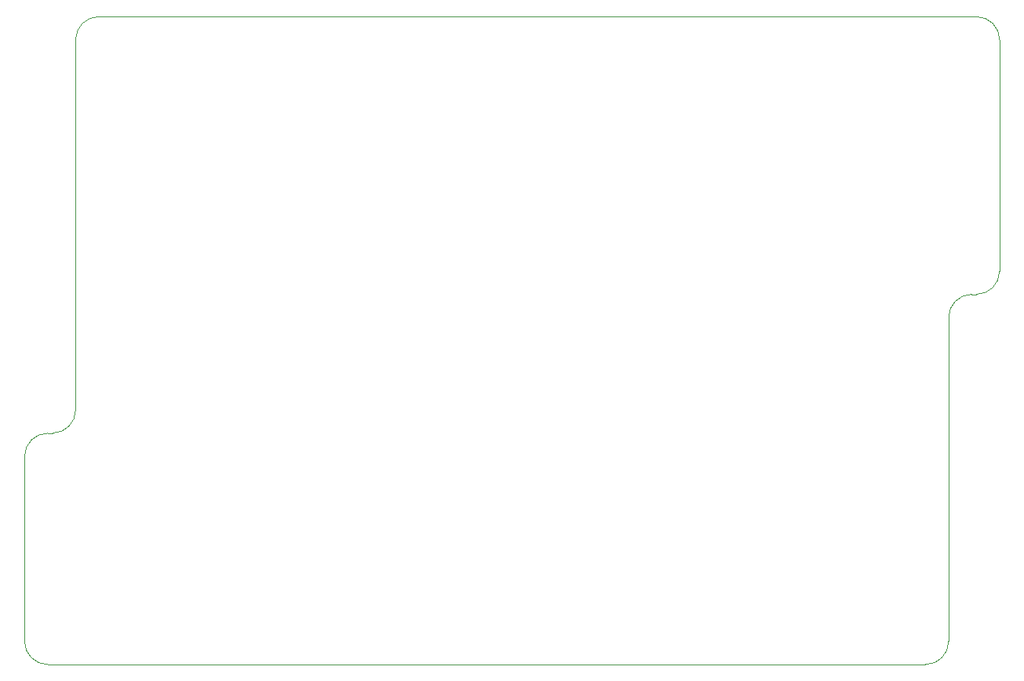
<source format=gbr>
G04 #@! TF.GenerationSoftware,KiCad,Pcbnew,(5.1.4)-1*
G04 #@! TF.CreationDate,2019-12-12T15:56:35+01:00*
G04 #@! TF.ProjectId,Schaltplan_embedded,53636861-6c74-4706-9c61-6e5f656d6265,rev?*
G04 #@! TF.SameCoordinates,Original*
G04 #@! TF.FileFunction,Profile,NP*
%FSLAX46Y46*%
G04 Gerber Fmt 4.6, Leading zero omitted, Abs format (unit mm)*
G04 Created by KiCad (PCBNEW (5.1.4)-1) date 2019-12-12 15:56:35*
%MOMM*%
%LPD*%
G04 APERTURE LIST*
%ADD10C,0.050000*%
G04 APERTURE END LIST*
D10*
X95300000Y-87500000D02*
X95800000Y-87500000D01*
X98300000Y-85000000D02*
G75*
G02X95800000Y-87500000I-2500000J0D01*
G01*
X92800000Y-90000000D02*
G75*
G02X95300000Y-87500000I2500000J0D01*
G01*
X92800000Y-110000000D02*
X92800000Y-90000000D01*
X95300000Y-112500000D02*
G75*
G02X92800000Y-110000000I0J2500000D01*
G01*
X192500000Y-110000000D02*
G75*
G02X190000000Y-112500000I-2500000J0D01*
G01*
X192500000Y-75000000D02*
G75*
G02X195000000Y-72500000I2500000J0D01*
G01*
X198000000Y-70000000D02*
G75*
G02X195500000Y-72500000I-2500000J0D01*
G01*
X195500000Y-72500000D02*
X195000000Y-72500000D01*
X198000000Y-45000000D02*
X198000000Y-70000000D01*
X195500000Y-42500000D02*
G75*
G02X198000000Y-45000000I0J-2500000D01*
G01*
X98300000Y-45000000D02*
G75*
G02X100800000Y-42500000I2500000J0D01*
G01*
X195500000Y-42500000D02*
X100800000Y-42500000D01*
X192500000Y-110000000D02*
X192500000Y-75000000D01*
X95300000Y-112500000D02*
X190000000Y-112500000D01*
X98300000Y-45000000D02*
X98300000Y-85000000D01*
M02*

</source>
